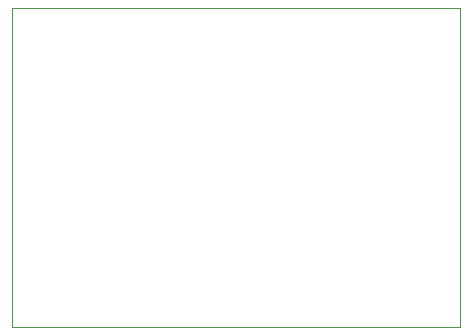
<source format=gbr>
%TF.GenerationSoftware,KiCad,Pcbnew,9.0.1*%
%TF.CreationDate,2025-07-19T18:14:50+02:00*%
%TF.ProjectId,ventilation,76656e74-696c-4617-9469-6f6e2e6b6963,rev?*%
%TF.SameCoordinates,Original*%
%TF.FileFunction,Profile,NP*%
%FSLAX46Y46*%
G04 Gerber Fmt 4.6, Leading zero omitted, Abs format (unit mm)*
G04 Created by KiCad (PCBNEW 9.0.1) date 2025-07-19 18:14:50*
%MOMM*%
%LPD*%
G01*
G04 APERTURE LIST*
%TA.AperFunction,Profile*%
%ADD10C,0.050000*%
%TD*%
G04 APERTURE END LIST*
D10*
X157512500Y-74645000D02*
X195512500Y-74645000D01*
X195512500Y-101645000D01*
X157512500Y-101645000D01*
X157512500Y-74645000D01*
M02*

</source>
